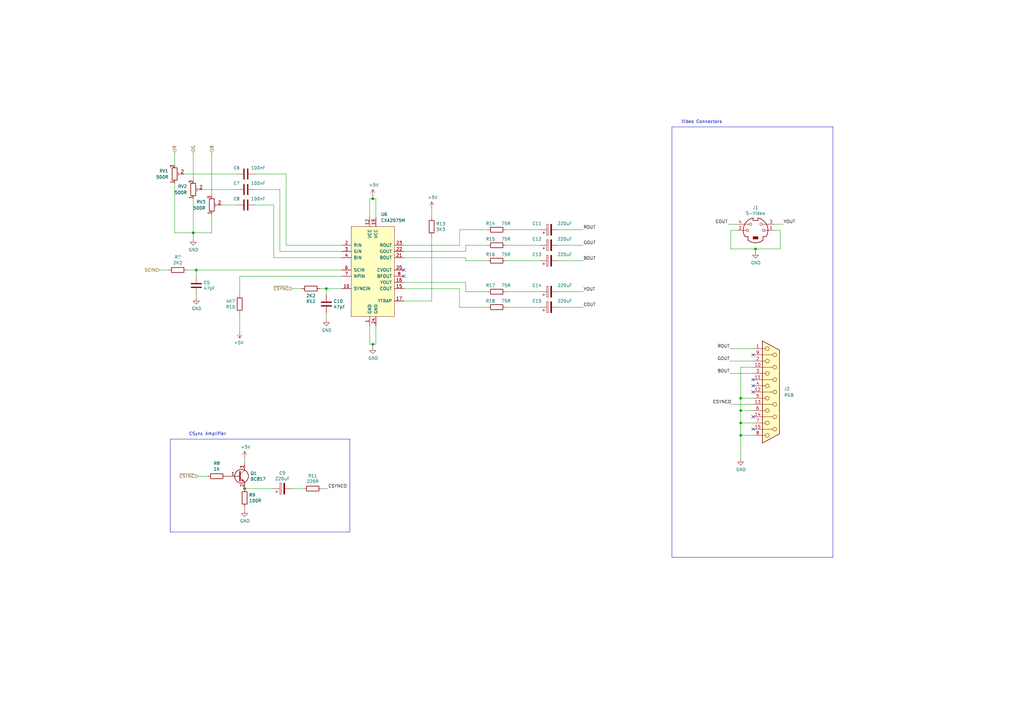
<source format=kicad_sch>
(kicad_sch (version 20230121) (generator eeschema)
  (paper "A3")
  (title_block (title "TRH9000") (date "2023-02-28") (rev "1.2") (company "The Retro Hacker") (comment 2 "Shared under CERN-OHL-S license") (comment 3 "TRH9000 - Open Source MSX Graphics Card based on the Yamaha V9990") (comment 4 "Designed  by: Cristiano Goncalves"))
  (lib_symbols
    (symbol "Connector:DB15_Female" (pin_names (offset 1.016) hide)
      (property "Reference" "J" (at 0.508 21.59 0))
      (property "Value" "DB15_Female" (at 0 -22.225 0))
      (symbol "DB15_Female_0_1"
        (circle (center -1.778 -17.78) (radius 0.762))
        (circle (center -1.778 -12.7) (radius 0.762))
        (circle (center -1.778 -7.62) (radius 0.762))
        (circle (center -1.778 -2.54) (radius 0.762))
        (circle (center -1.778 2.54) (radius 0.762))
        (circle (center -1.778 7.62) (radius 0.762))
        (circle (center -1.778 12.7) (radius 0.762))
        (circle (center -1.778 17.78) (radius 0.762))
        (polyline (pts (xy -3.81 -17.78) (xy -2.54 -17.78)))
        (polyline (pts (xy -3.81 -15.24) (xy 0.508 -15.24)))
        (polyline (pts (xy -3.81 -12.7) (xy -2.54 -12.7)))
        (polyline (pts (xy -3.81 -10.16) (xy 0.508 -10.16)))
        (polyline (pts (xy -3.81 -7.62) (xy -2.54 -7.62)))
        (polyline (pts (xy -3.81 -5.08) (xy 0.508 -5.08)))
        (polyline (pts (xy -3.81 -2.54) (xy -2.54 -2.54)))
        (polyline (pts (xy -3.81 0) (xy 0.508 0)))
        (polyline (pts (xy -3.81 2.54) (xy -2.54 2.54)))
        (polyline (pts (xy -3.81 5.08) (xy 0.508 5.08)))
        (polyline (pts (xy -3.81 7.62) (xy -2.54 7.62)))
        (polyline (pts (xy -3.81 10.16) (xy 0.508 10.16)))
        (polyline (pts (xy -3.81 12.7) (xy -2.54 12.7)))
        (polyline (pts (xy -3.81 15.24) (xy 0.508 15.24)))
        (polyline (pts (xy -3.81 17.78) (xy -2.54 17.78)))
        (polyline (pts (xy -3.81 20.955) (xy 3.175 17.145) (xy 3.175 -17.145) (xy -3.81 -20.955) (xy -3.81 20.955)) (stroke (width 0.254)) (fill (type background)))
        (circle (center 1.27 -15.24) (radius 0.762))
        (circle (center 1.27 -10.16) (radius 0.762))
        (circle (center 1.27 -5.08) (radius 0.762))
        (circle (center 1.27 0) (radius 0.762))
        (circle (center 1.27 5.08) (radius 0.762))
        (circle (center 1.27 10.16) (radius 0.762))
        (circle (center 1.27 15.24) (radius 0.762))
      )
      (symbol "DB15_Female_1_1"
        (pin passive line (at -7.62 17.78 0) (length 3.81) (name "1") (number "1"))
        (pin passive line (at -7.62 10.16 0) (length 3.81) (name "P10") (number "10"))
        (pin passive line (at -7.62 5.08 0) (length 3.81) (name "P111") (number "11"))
        (pin passive line (at -7.62 0 0) (length 3.81) (name "P12") (number "12"))
        (pin passive line (at -7.62 -5.08 0) (length 3.81) (name "P13") (number "13"))
        (pin passive line (at -7.62 -10.16 0) (length 3.81) (name "P14") (number "14"))
        (pin passive line (at -7.62 -15.24 0) (length 3.81) (name "P15") (number "15"))
        (pin passive line (at -7.62 12.7 0) (length 3.81) (name "2") (number "2"))
        (pin passive line (at -7.62 7.62 0) (length 3.81) (name "3") (number "3"))
        (pin passive line (at -7.62 2.54 0) (length 3.81) (name "4") (number "4"))
        (pin passive line (at -7.62 -2.54 0) (length 3.81) (name "5") (number "5"))
        (pin passive line (at -7.62 -7.62 0) (length 3.81) (name "6") (number "6"))
        (pin passive line (at -7.62 -12.7 0) (length 3.81) (name "7") (number "7"))
        (pin passive line (at -7.62 -17.78 0) (length 3.81) (name "8") (number "8"))
        (pin passive line (at -7.62 15.24 0) (length 3.81) (name "P9") (number "9"))
      )
    )
    (symbol "Connector:Mini-DIN-4" (pin_names (offset 1.016))
      (property "Reference" "J" (at 0 6.35 0))
      (property "Value" "Mini-DIN-4" (at 0 -6.35 0))
      (symbol "Mini-DIN-4_0_1"
        (circle (center -3.302 0) (radius 0.508))
        (arc (start -3.048 -4.064) (mid 0 -5.08) (end 3.048 -4.064) (stroke (width 0.254)))
        (circle (center -2.032 2.54) (radius 0.508))
        (rectangle (start -1.016 -2.54) (end 1.016 -3.556) (fill (type outline)))
        (arc (start -1.016 5.08) (mid -4.6243 2.1181) (end -4.318 -2.54) (stroke (width 0.254)))
        (polyline (pts (xy -3.81 0) (xy -5.08 0)))
        (polyline (pts (xy -2.54 2.54) (xy -5.08 2.54)))
        (polyline (pts (xy 2.794 2.54) (xy 5.08 2.54)))
        (polyline (pts (xy 5.08 0) (xy 3.81 0)))
        (polyline (pts (xy -4.318 -2.54) (xy -3.048 -2.54) (xy -3.048 -4.064)) (stroke (width 0.254)))
        (polyline (pts (xy 4.318 -2.54) (xy 3.048 -2.54) (xy 3.048 -4.064)) (stroke (width 0.254)))
        (polyline (pts (xy -1.016 5.08) (xy -1.016 4.064) (xy 1.016 4.064) (xy 1.016 5.08)) (stroke (width 0.254)))
        (circle (center 2.286 2.54) (radius 0.508))
        (circle (center 3.302 0) (radius 0.508))
        (arc (start 4.318 -2.54) (mid 4.6646 2.1357) (end 1.016 5.08) (stroke (width 0.254)))
      )
      (symbol "Mini-DIN-4_1_1"
        (pin passive line (at 7.62 0 180) (length 2.54) (name "~") (number "1"))
        (pin passive line (at -7.62 0 0) (length 2.54) (name "~") (number "2"))
        (pin passive line (at 7.62 2.54 180) (length 2.54) (name "~") (number "3"))
        (pin passive line (at -7.62 2.54 0) (length 2.54) (name "~") (number "4"))
      )
    )
    (symbol "Device:C" (pin_numbers hide) (pin_names (offset 0.254))
      (property "Reference" "C" (at 0.635 2.54 0))
      (property "Value" "C" (at 0.635 -2.54 0))
      (symbol "C_0_1"
        (polyline (pts (xy -2.032 -0.762) (xy 2.032 -0.762)) (stroke (width 0.508)))
        (polyline (pts (xy -2.032 0.762) (xy 2.032 0.762)) (stroke (width 0.508)))
      )
      (symbol "C_1_1"
        (pin passive line (at 0 3.81 270) (length 2.794) (name "~") (number "1"))
        (pin passive line (at 0 -3.81 90) (length 2.794) (name "~") (number "2"))
      )
    )
    (symbol "Device:C_Polarized" (pin_numbers hide) (pin_names (offset 0.254))
      (property "Reference" "C" (at 0.635 2.54 0))
      (property "Value" "C_Polarized" (at 0.635 -2.54 0))
      (symbol "C_Polarized_0_1"
        (rectangle (start -2.286 0.508) (end 2.286 1.016))
        (polyline (pts (xy -1.778 2.286) (xy -0.762 2.286)))
        (polyline (pts (xy -1.27 2.794) (xy -1.27 1.778)))
        (rectangle (start 2.286 -0.508) (end -2.286 -1.016) (fill (type outline)))
      )
      (symbol "C_Polarized_1_1"
        (pin passive line (at 0 3.81 270) (length 2.794) (name "~") (number "1"))
        (pin passive line (at 0 -3.81 90) (length 2.794) (name "~") (number "2"))
      )
    )
    (symbol "Device:R" (pin_numbers hide) (pin_names (offset 0))
      (property "Reference" "R" (at 2.032 0 90))
      (property "Value" "R" (at 0 0 90))
      (symbol "R_0_1"
        (rectangle (start -1.016 -2.54) (end 1.016 2.54) (stroke (width 0.254)))
      )
      (symbol "R_1_1"
        (pin passive line (at 0 3.81 270) (length 1.27) (name "~") (number "1"))
        (pin passive line (at 0 -3.81 90) (length 1.27) (name "~") (number "2"))
      )
    )
    (symbol "Device:R_Potentiometer_Trim" (pin_names (offset 1.016) hide)
      (property "Reference" "RV" (at -4.445 0 90))
      (property "Value" "R_Potentiometer_Trim" (at -2.54 0 90))
      (symbol "R_Potentiometer_Trim_0_1"
        (polyline (pts (xy 1.524 0.762) (xy 1.524 -0.762)))
        (polyline (pts (xy 2.54 0) (xy 1.524 0)))
        (rectangle (start 1.016 2.54) (end -1.016 -2.54) (stroke (width 0.254)))
      )
      (symbol "R_Potentiometer_Trim_1_1"
        (pin passive line (at 0 3.81 270) (length 1.27) (name "1") (number "1"))
        (pin passive line (at 3.81 0 180) (length 1.27) (name "2") (number "2"))
        (pin passive line (at 0 -3.81 90) (length 1.27) (name "3") (number "3"))
      )
    )
    (symbol "TRH9000:CXA2075M" (pin_names (offset 1.016))
      (property "Reference" "U" (at -8.89 20.32 0))
      (property "Value" "CXA2075M" (at 7.62 20.32 0))
      (symbol "CXA2075M_0_1"
        (rectangle (start -8.89 19.05) (end 8.89 -17.78) (fill (type background)))
      )
      (symbol "CXA2075M_1_1"
        (pin power_in line (at -1.27 -21.59 90) (length 3.81) (name "GND") (number "1"))
        (pin input line (at -12.7 -6.35 0) (length 3.81) (name "SYNCIN") (number "10"))
        (pin no_connect line (at -12.7 -8.89 0) (length 3.81) hide (name "NC") (number "11"))
        (pin power_in line (at -1.27 22.86 270) (length 3.81) (name "VCC") (number "12"))
        (pin no_connect line (at 12.7 13.97 180) (length 3.81) hide (name "NC") (number "13"))
        (pin no_connect line (at 11.43 -8.89 180) (length 3.81) hide (name "NC") (number "14"))
        (pin output line (at 12.7 -6.35 180) (length 3.81) (name "COUT") (number "15"))
        (pin output line (at 12.7 -3.81 180) (length 3.81) (name "YOUT") (number "16"))
        (pin input line (at 12.7 -11.43 180) (length 3.81) (name "YTRAP") (number "17"))
        (pin no_connect line (at 11.43 -13.97 180) (length 3.81) hide (name "NC") (number "18"))
        (pin power_in line (at 1.27 22.86 270) (length 3.81) (name "VCC") (number "19"))
        (pin input line (at -12.7 11.43 0) (length 3.81) (name "RIN") (number "2"))
        (pin output line (at 12.7 1.27 180) (length 3.81) (name "CVOUT") (number "20"))
        (pin output line (at 12.7 6.35 180) (length 3.81) (name "BOUT") (number "21"))
        (pin output line (at 12.7 8.89 180) (length 3.81) (name "GOUT") (number "22"))
        (pin output line (at 12.7 11.43 180) (length 3.81) (name "ROUT") (number "23"))
        (pin power_in line (at 1.27 -21.59 90) (length 3.81) (name "GND") (number "24"))
        (pin input line (at -12.7 8.89 0) (length 3.81) (name "GIN") (number "3"))
        (pin input line (at -12.7 6.35 0) (length 3.81) (name "BIN") (number "4"))
        (pin no_connect line (at -12.7 3.81 0) (length 3.81) hide (name "NC") (number "5"))
        (pin input line (at -12.7 1.27 0) (length 3.81) (name "SCIN") (number "6"))
        (pin input line (at -12.7 -1.27 0) (length 3.81) (name "NPIN") (number "7"))
        (pin output line (at 12.7 -1.27 180) (length 3.81) (name "BFOUT") (number "8"))
        (pin no_connect line (at -12.7 -3.81 0) (length 3.81) hide (name "NC") (number "9"))
      )
    )
    (symbol "Transistor_BJT:BC817" (pin_names (offset 0) hide)
      (property "Reference" "Q" (at 5.08 1.905 0))
      (property "Value" "BC817" (at 5.08 0 0))
      (symbol "BC817_0_1"
        (polyline (pts (xy 0.635 0.635) (xy 2.54 2.54)))
        (polyline (pts (xy 0.635 -0.635) (xy 2.54 -2.54) (xy 2.54 -2.54)))
        (polyline (pts (xy 0.635 1.905) (xy 0.635 -1.905) (xy 0.635 -1.905)) (stroke (width 0.508)))
        (polyline (pts (xy 1.27 -1.778) (xy 1.778 -1.27) (xy 2.286 -2.286) (xy 1.27 -1.778) (xy 1.27 -1.778)) (fill (type outline)))
        (circle (center 1.27 0) (radius 2.8194) (stroke (width 0.254)))
      )
      (symbol "BC817_1_1"
        (pin input line (at -5.08 0 0) (length 5.715) (name "B") (number "1"))
        (pin passive line (at 2.54 -5.08 90) (length 2.54) (name "E") (number "2"))
        (pin passive line (at 2.54 5.08 270) (length 2.54) (name "C") (number "3"))
      )
    )
    (symbol "power:+5V" (power) (pin_names (offset 0))
      (property "Value" "+5V" (at 0 3.556 0))
      (symbol "+5V_0_1"
        (polyline (pts (xy -0.762 1.27) (xy 0 2.54)))
        (polyline (pts (xy 0 0) (xy 0 2.54)))
        (polyline (pts (xy 0 2.54) (xy 0.762 1.27)))
      )
      (symbol "+5V_1_1"
        (pin power_in line (at 0 0 90) (length 0) hide (name "+5V") (number "1"))
      )
    )
    (symbol "power:GND" (power) (pin_names (offset 0))
      (property "Value" "GND" (at 0 -3.81 0))
      (symbol "GND_0_1"
        (polyline (pts (xy 0 0) (xy 0 -1.27) (xy 1.27 -1.27) (xy 0 -2.54) (xy -1.27 -1.27) (xy 0 -1.27)))
      )
      (symbol "GND_1_1"
        (pin power_in line (at 0 0 270) (length 0) hide (name "GND") (number "1"))
      )
    )
  )
  (junction (at 80.518 110.744))
  (junction (at 303.784 178.562))
  (junction (at 100.33 200.406))
  (junction (at 303.784 163.322))
  (junction (at 152.908 81.534))
  (junction (at 133.858 118.364))
  (junction (at 79.248 95.504))
  (junction (at 152.908 141.224))
  (junction (at 303.784 173.482))
  (junction (at 309.88 102.108))
  (junction (at 303.784 168.402))
  (no_connect (at 308.864 176.022))
  (no_connect (at 308.864 155.702))
  (no_connect (at 308.864 160.782))
  (no_connect (at 165.608 113.284))
  (no_connect (at 308.864 170.942))
  (no_connect (at 308.864 145.542))
  (no_connect (at 308.864 158.242))
  (no_connect (at 165.608 110.744))
  (wire (pts (xy 75.438 71.374) (xy 97.028 71.374)))
  (wire (pts (xy 152.908 81.534) (xy 154.178 81.534)))
  (wire (pts (xy 80.518 120.904) (xy 80.518 122.174)))
  (wire (pts (xy 86.868 95.504) (xy 79.248 95.504)))
  (wire (pts (xy 309.88 102.108) (xy 299.72 102.108)))
  (wire (pts (xy 83.058 77.724) (xy 97.028 77.724)))
  (wire (pts (xy 134.62 200.406) (xy 132.08 200.406)))
  (wire (pts (xy 151.638 141.224) (xy 152.908 141.224)))
  (wire (pts (xy 303.784 168.402) (xy 308.864 168.402)))
  (wire (pts (xy 86.868 62.484) (xy 86.868 80.264)))
  (wire (pts (xy 191.008 106.934) (xy 199.898 106.934)))
  (polyline (pts (xy 69.85 180.086) (xy 143.51 180.086)))
  (wire (pts (xy 119.888 118.364) (xy 123.698 118.364)))
  (polyline (pts (xy 143.51 180.086) (xy 143.51 218.186)))
  (wire (pts (xy 90.678 84.074) (xy 97.028 84.074)))
  (wire (pts (xy 188.468 94.234) (xy 188.468 100.584)))
  (wire (pts (xy 100.33 190.246) (xy 100.33 187.706)))
  (wire (pts (xy 317.5 94.488) (xy 320.04 94.488)))
  (wire (pts (xy 117.348 71.374) (xy 104.648 71.374)))
  (polyline (pts (xy 275.59 228.6) (xy 341.63 228.6)))
  (wire (pts (xy 76.708 110.744) (xy 80.518 110.744)))
  (wire (pts (xy 303.784 178.562) (xy 308.864 178.562)))
  (wire (pts (xy 152.908 80.264) (xy 152.908 81.534)))
  (wire (pts (xy 151.638 81.534) (xy 152.908 81.534)))
  (wire (pts (xy 188.468 125.984) (xy 199.898 125.984)))
  (wire (pts (xy 65.278 110.744) (xy 69.088 110.744)))
  (polyline (pts (xy 143.51 218.186) (xy 69.85 218.186)))
  (wire (pts (xy 229.108 94.234) (xy 239.268 94.234)))
  (wire (pts (xy 100.33 200.406) (xy 112.014 200.406)))
  (wire (pts (xy 320.04 94.488) (xy 320.04 102.108)))
  (wire (pts (xy 239.268 125.984) (xy 229.108 125.984)))
  (wire (pts (xy 239.268 100.584) (xy 229.108 100.584)))
  (wire (pts (xy 152.908 141.224) (xy 154.178 141.224)))
  (wire (pts (xy 117.348 71.374) (xy 117.348 100.584)))
  (wire (pts (xy 303.784 178.562) (xy 303.784 188.214)))
  (wire (pts (xy 207.518 106.934) (xy 221.488 106.934)))
  (wire (pts (xy 165.608 118.364) (xy 188.468 118.364)))
  (wire (pts (xy 303.784 178.562) (xy 303.784 173.482)))
  (wire (pts (xy 191.008 100.584) (xy 191.008 103.124)))
  (wire (pts (xy 152.908 142.494) (xy 152.908 141.224)))
  (wire (pts (xy 191.008 100.584) (xy 199.898 100.584)))
  (wire (pts (xy 114.808 77.724) (xy 104.648 77.724)))
  (wire (pts (xy 303.784 168.402) (xy 303.784 163.322)))
  (wire (pts (xy 299.974 165.862) (xy 308.864 165.862)))
  (wire (pts (xy 133.858 131.064) (xy 133.858 128.524)))
  (polyline (pts (xy 361.95 157.48) (xy 361.95 157.48)))
  (wire (pts (xy 114.808 77.724) (xy 114.808 103.124)))
  (wire (pts (xy 151.638 81.534) (xy 151.638 89.154)))
  (wire (pts (xy 321.31 91.948) (xy 317.5 91.948)))
  (wire (pts (xy 299.339 153.162) (xy 308.864 153.162)))
  (wire (pts (xy 154.178 81.534) (xy 154.178 89.154)))
  (wire (pts (xy 303.784 150.622) (xy 308.864 150.622)))
  (wire (pts (xy 80.518 110.744) (xy 80.518 113.284)))
  (wire (pts (xy 299.72 102.108) (xy 299.72 94.488)))
  (wire (pts (xy 191.008 115.824) (xy 191.008 119.634)))
  (wire (pts (xy 79.248 62.484) (xy 79.248 73.914)))
  (wire (pts (xy 191.008 119.634) (xy 199.898 119.634)))
  (wire (pts (xy 320.04 102.108) (xy 309.88 102.108)))
  (wire (pts (xy 221.488 100.584) (xy 207.518 100.584)))
  (wire (pts (xy 177.038 123.444) (xy 177.038 96.774)))
  (wire (pts (xy 140.208 100.584) (xy 117.348 100.584)))
  (wire (pts (xy 81.28 195.326) (xy 85.09 195.326)))
  (wire (pts (xy 140.208 113.284) (xy 98.298 113.284)))
  (wire (pts (xy 124.46 200.406) (xy 119.634 200.406)))
  (wire (pts (xy 71.628 75.184) (xy 71.628 95.504)))
  (wire (pts (xy 140.208 103.124) (xy 114.808 103.124)))
  (wire (pts (xy 309.88 103.378) (xy 309.88 102.108)))
  (wire (pts (xy 303.784 163.322) (xy 303.784 150.622)))
  (wire (pts (xy 133.858 120.904) (xy 133.858 118.364)))
  (wire (pts (xy 221.488 125.984) (xy 207.518 125.984)))
  (wire (pts (xy 71.628 62.484) (xy 71.628 67.564)))
  (wire (pts (xy 112.268 84.074) (xy 104.648 84.074)))
  (wire (pts (xy 177.038 89.154) (xy 177.038 85.344)))
  (wire (pts (xy 299.339 143.002) (xy 308.864 143.002)))
  (wire (pts (xy 221.488 94.234) (xy 207.518 94.234)))
  (wire (pts (xy 303.784 163.322) (xy 308.864 163.322)))
  (wire (pts (xy 131.318 118.364) (xy 133.858 118.364)))
  (wire (pts (xy 165.608 123.444) (xy 177.038 123.444)))
  (wire (pts (xy 165.608 105.664) (xy 191.008 105.664)))
  (polyline (pts (xy 69.85 180.086) (xy 69.85 218.186)))
  (wire (pts (xy 165.608 100.584) (xy 188.468 100.584)))
  (wire (pts (xy 71.628 95.504) (xy 79.248 95.504)))
  (wire (pts (xy 229.108 106.934) (xy 239.268 106.934)))
  (wire (pts (xy 151.638 133.604) (xy 151.638 141.224)))
  (polyline (pts (xy 275.59 52.07) (xy 275.59 228.6)))
  (wire (pts (xy 79.248 81.534) (xy 79.248 95.504)))
  (wire (pts (xy 299.72 94.488) (xy 302.26 94.488)))
  (wire (pts (xy 191.008 105.664) (xy 191.008 106.934)))
  (wire (pts (xy 80.518 110.744) (xy 140.208 110.744)))
  (wire (pts (xy 303.784 173.482) (xy 308.864 173.482)))
  (wire (pts (xy 299.339 148.082) (xy 308.864 148.082)))
  (wire (pts (xy 98.298 113.284) (xy 98.298 120.904)))
  (wire (pts (xy 100.33 208.026) (xy 100.33 209.296)))
  (wire (pts (xy 188.468 118.364) (xy 188.468 125.984)))
  (wire (pts (xy 165.608 103.124) (xy 191.008 103.124)))
  (polyline (pts (xy 341.63 228.6) (xy 341.63 52.07)))
  (polyline (pts (xy 275.59 52.07) (xy 341.63 52.07)))
  (wire (pts (xy 165.608 115.824) (xy 191.008 115.824)))
  (wire (pts (xy 229.108 119.634) (xy 239.268 119.634)))
  (wire (pts (xy 188.468 94.234) (xy 199.898 94.234)))
  (wire (pts (xy 112.268 84.074) (xy 112.268 105.664)))
  (wire (pts (xy 303.784 173.482) (xy 303.784 168.402)))
  (wire (pts (xy 154.178 133.604) (xy 154.178 141.224)))
  (wire (pts (xy 140.208 105.664) (xy 112.268 105.664)))
  (wire (pts (xy 133.858 118.364) (xy 140.208 118.364)))
  (wire (pts (xy 79.248 95.504) (xy 79.248 98.044)))
  (wire (pts (xy 302.26 91.948) (xy 298.45 91.948)))
  (wire (pts (xy 98.298 128.524) (xy 98.298 136.144)))
  (wire (pts (xy 86.868 87.884) (xy 86.868 95.504)))
  (wire (pts (xy 207.518 119.634) (xy 221.488 119.634)))
  (text "CSync Amplifier" (at 77.47 178.816 0) (effects (font (size 1.27 1.27)) (justify left bottom)))
  (text "Video Connectors\n" (at 279.4 50.8 0) (effects (font (size 1.27 1.27)) (justify left bottom)))
  (label "YOUT" (at 239.268 119.634 0))
  (label "GOUT" (at 299.339 148.082 180))
  (label "COUT" (at 239.268 125.984 0))
  (label "BOUT" (at 299.339 153.162 180))
  (label "YOUT" (at 321.31 91.948 0))
  (label "CSYNCO" (at 134.62 200.406 0))
  (label "COUT" (at 298.45 91.948 180))
  (label "ROUT" (at 299.339 143.002 180))
  (label "ROUT" (at 239.268 94.234 0))
  (label "BOUT" (at 239.268 106.934 0))
  (label "GOUT" (at 239.268 100.584 0))
  (label "CSYNCO" (at 299.974 165.862 180))
  (hierarchical_label "SCIN" (shape input) (at 65.278 110.744 180))
  (hierarchical_label "R" (shape input) (at 71.628 62.484 90))
  (hierarchical_label "~{CSYNC}" (shape input) (at 119.888 118.364 180))
  (hierarchical_label "~{CSYNC}" (shape input) (at 81.28 195.326 180))
  (hierarchical_label "B" (shape input) (at 86.868 62.484 90))
  (hierarchical_label "G" (shape input) (at 79.248 62.484 90))
  (symbol (lib_id "Device:R_Potentiometer_Trim") (at 86.868 84.074 0) (mirror x) (unit 1)
    (property "Reference" "RV3" (at 84.328 82.8039 0) (effects (justify right)))
    (property "Value" "500R" (at 84.328 85.3439 0) (effects (justify right)))
    (property "Footprint" "Potentiometer_SMD:Potentiometer_Bourns_3314G_Vertical" (effects hide))
  )
  (symbol (lib_id "Device:C") (at 100.838 77.724 270) (unit 1)
    (property "Reference" "C7" (at 97.028 75.184 90))
    (property "Value" "100nF" (at 105.918 75.184 90))
    (property "Footprint" "Capacitor_SMD:C_0805_2012Metric" (effects hide))
  )
  (symbol (lib_id "Device:R") (at 100.33 204.216 0) (unit 1)
    (property "Reference" "R9" (at 102.108 203.0476 0) (effects (justify left)))
    (property "Value" "100R" (at 102.108 205.359 0) (effects (justify left)))
    (property "Footprint" "Resistor_SMD:R_0805_2012Metric" (effects hide))
  )
  (symbol (lib_id "Device:C_Polarized") (at 225.298 125.984 90) (unit 1)
    (property "Reference" "C15" (at 220.218 123.444 90))
    (property "Value" "220uF" (at 231.648 123.444 90))
    (property "Footprint" "Capacitor_Tantalum_SMD:CP_EIA-3528-15_AVX-H" (effects hide))
  )
  (symbol (lib_id "Device:R") (at 203.708 119.634 270) (unit 1)
    (property "Reference" "R17" (at 201.168 117.094 90))
    (property "Value" "75R" (at 207.518 117.094 90))
    (property "Footprint" "Resistor_SMD:R_0805_2012Metric" (effects hide))
  )
  (symbol (lib_id "power:GND") (at 100.33 209.296 0) (unit 1)
    (property "Reference" "#PWR015" (effects hide))
    (property "Value" "GND" (at 100.457 213.6902 0))
  )
  (symbol (lib_id "power:+5V") (at 98.298 136.144 180) (unit 1)
    (property "Reference" "#PWR016" (effects hide))
    (property "Value" "+5V" (at 97.917 140.5382 0))
  )
  (symbol (lib_id "Device:C") (at 100.838 84.074 270) (unit 1)
    (property "Reference" "C8" (at 97.028 81.534 90))
    (property "Value" "100nF" (at 105.918 81.534 90))
    (property "Footprint" "Capacitor_SMD:C_0805_2012Metric" (effects hide))
  )
  (symbol (lib_id "power:+5V") (at 177.038 85.344 0) (unit 1)
    (property "Reference" "#PWR020" (effects hide))
    (property "Value" "+5V" (at 177.419 80.9498 0))
  )
  (symbol (lib_id "Device:R") (at 203.708 106.934 270) (unit 1)
    (property "Reference" "R16" (at 201.168 104.394 90))
    (property "Value" "75R" (at 207.518 104.394 90))
    (property "Footprint" "Resistor_SMD:R_0805_2012Metric" (effects hide))
  )
  (symbol (lib_id "power:GND") (at 152.908 142.494 0) (unit 1)
    (property "Reference" "#PWR019" (effects hide))
    (property "Value" "GND" (at 153.035 146.8882 0))
  )
  (symbol (lib_id "Device:R") (at 203.708 94.234 270) (unit 1)
    (property "Reference" "R14" (at 201.168 91.694 90))
    (property "Value" "75R" (at 207.518 91.694 90))
    (property "Footprint" "Resistor_SMD:R_0805_2012Metric" (effects hide))
  )
  (symbol (lib_id "Device:C_Polarized") (at 225.298 106.934 90) (unit 1)
    (property "Reference" "C13" (at 220.218 104.394 90))
    (property "Value" "220uF" (at 231.648 104.394 90))
    (property "Footprint" "Capacitor_Tantalum_SMD:CP_EIA-3528-15_AVX-H" (effects hide))
  )
  (symbol (lib_id "Connector:DB15_Female") (at 316.484 160.782 0) (unit 1)
    (property "Reference" "J2" (at 321.564 159.5119 0) (effects (justify left)))
    (property "Value" "RGB" (at 321.564 162.0519 0) (effects (justify left)))
    (property "Footprint" "Connector_Dsub:DSUB-15-HD_Female_Horizontal_P2.29x1.98mm_EdgePinOffset3.03mm_Housed_MountingHolesOffset4.94mm" (effects hide))
    (property "Datasheet" " ~" (effects hide))
  )
  (symbol (lib_id "Device:C_Polarized") (at 225.298 119.634 90) (unit 1)
    (property "Reference" "C14" (at 220.218 117.094 90))
    (property "Value" "220uF" (at 231.648 117.094 90))
    (property "Footprint" "Capacitor_Tantalum_SMD:CP_EIA-3528-15_AVX-H" (effects hide))
  )
  (symbol (lib_id "Device:C") (at 133.858 124.714 0) (unit 1)
    (property "Reference" "C10" (at 136.779 123.5456 0) (effects (justify left)))
    (property "Value" "47pF" (at 136.779 125.857 0) (effects (justify left)))
    (property "Footprint" "Capacitor_SMD:C_0805_2012Metric" (effects hide))
  )
  (symbol (lib_id "power:+5V") (at 152.908 80.264 0) (unit 1)
    (property "Reference" "#PWR018" (effects hide))
    (property "Value" "+5V" (at 153.289 75.8698 0))
  )
  (symbol (lib_id "Device:R") (at 88.9 195.326 270) (unit 1)
    (property "Reference" "R8" (at 88.9 190.0682 90))
    (property "Value" "1K" (at 88.9 192.3796 90))
    (property "Footprint" "Resistor_SMD:R_0805_2012Metric" (effects hide))
  )
  (symbol (lib_id "Device:R_Potentiometer_Trim") (at 79.248 77.724 0) (mirror x) (unit 1)
    (property "Reference" "RV2" (at 76.708 76.4539 0) (effects (justify right)))
    (property "Value" "500R" (at 76.708 78.9939 0) (effects (justify right)))
    (property "Footprint" "Potentiometer_SMD:Potentiometer_Bourns_3314G_Vertical" (effects hide))
  )
  (symbol (lib_id "Transistor_BJT:BC817") (at 97.79 195.326 0) (unit 1)
    (property "Reference" "Q1" (at 102.6414 194.1576 0) (effects (justify left)))
    (property "Value" "BC817" (at 102.6414 196.469 0) (effects (justify left)))
    (property "Footprint" "Package_TO_SOT_SMD:SOT-23" (effects hide))
    (property "Datasheet" "https://www.onsemi.com/pub/Collateral/BC818-D.pdf" (effects hide))
  )
  (symbol (lib_id "power:+5V") (at 100.33 187.706 0) (unit 1)
    (property "Reference" "#PWR014" (effects hide))
    (property "Value" "+5V" (at 100.711 183.3118 0))
  )
  (symbol (lib_id "power:GND") (at 303.784 188.214 0) (unit 1)
    (property "Reference" "#PWR021" (effects hide))
    (property "Value" "GND" (at 303.911 192.6082 0))
  )
  (symbol (lib_id "Device:C") (at 80.518 117.094 0) (unit 1)
    (property "Reference" "C5" (at 83.439 115.9256 0) (effects (justify left)))
    (property "Value" "47pF" (at 83.439 118.237 0) (effects (justify left)))
    (property "Footprint" "Capacitor_SMD:C_0805_2012Metric" (effects hide))
  )
  (symbol (lib_id "power:GND") (at 80.518 122.174 0) (unit 1)
    (property "Reference" "#PWR013" (effects hide))
    (property "Value" "GND" (at 80.645 126.5682 0))
  )
  (symbol (lib_id "Connector:Mini-DIN-4") (at 309.88 94.488 0) (unit 1)
    (property "Reference" "J1" (at 309.88 85.1662 0))
    (property "Value" "S-Video" (at 309.88 87.4776 0))
    (property "Footprint" "Connector_PinHeader_2.54mm:PinHeader_1x04_P2.54mm_Vertical" (effects hide))
    (property "Datasheet" "http://service.powerdynamics.com/ec/Catalog17/Section%2011.pdf" (effects hide))
  )
  (symbol (lib_id "Device:R") (at 203.708 100.584 270) (unit 1)
    (property "Reference" "R15" (at 201.168 98.044 90))
    (property "Value" "75R" (at 207.518 98.044 90))
    (property "Footprint" "Resistor_SMD:R_0805_2012Metric" (effects hide))
  )
  (symbol (lib_id "Device:R") (at 128.27 200.406 270) (unit 1)
    (property "Reference" "R11" (at 128.27 195.1482 90))
    (property "Value" "220R" (at 128.27 197.4596 90))
    (property "Footprint" "Resistor_SMD:R_0805_2012Metric" (effects hide))
  )
  (symbol (lib_id "Device:R_Potentiometer_Trim") (at 71.628 71.374 0) (mirror x) (unit 1)
    (property "Reference" "RV1" (at 69.088 70.1039 0) (effects (justify right)))
    (property "Value" "500R" (at 69.088 72.6439 0) (effects (justify right)))
    (property "Footprint" "Potentiometer_SMD:Potentiometer_Bourns_3314G_Vertical" (effects hide))
  )
  (symbol (lib_id "Device:C_Polarized") (at 225.298 94.234 90) (unit 1)
    (property "Reference" "C11" (at 220.218 91.694 90))
    (property "Value" "220uF" (at 231.648 91.694 90))
    (property "Footprint" "Capacitor_Tantalum_SMD:CP_EIA-3528-15_AVX-H" (effects hide))
  )
  (symbol (lib_id "Device:C") (at 100.838 71.374 270) (unit 1)
    (property "Reference" "C6" (at 97.028 68.834 90))
    (property "Value" "100nF" (at 105.918 68.834 90))
    (property "Footprint" "Capacitor_SMD:C_0805_2012Metric" (effects hide))
  )
  (symbol (lib_id "Device:C_Polarized") (at 115.824 200.406 90) (unit 1)
    (property "Reference" "C9" (at 115.824 194.056 90))
    (property "Value" "220uF" (at 115.824 196.342 90))
    (property "Footprint" "Capacitor_Tantalum_SMD:CP_EIA-3528-15_AVX-H" (effects hide))
    (property "Case" "B" (effects hide))
  )
  (symbol (lib_id "Device:R") (at 72.898 110.744 270) (unit 1)
    (property "Reference" "R7" (at 72.898 105.4862 90))
    (property "Value" "2K2" (at 72.898 107.7976 90))
    (property "Footprint" "Resistor_SMD:R_0805_2012Metric" (effects hide))
  )
  (symbol (lib_id "TRH9000:CXA2075M") (at 152.908 112.014 0) (unit 1)
    (property "Reference" "U6" (at 156.1974 87.884 0) (effects (justify left)))
    (property "Value" "CXA2075M" (at 156.1974 90.424 0) (effects (justify left)))
    (property "Footprint" "Package_SO:SOP-24_7.5x15.4mm_P1.27mm" (effects hide))
  )
  (symbol (lib_id "Device:R") (at 203.708 125.984 270) (unit 1)
    (property "Reference" "R18" (at 201.168 123.444 90))
    (property "Value" "75R" (at 207.518 123.444 90))
    (property "Footprint" "Resistor_SMD:R_0805_2012Metric" (effects hide))
  )
  (symbol (lib_id "Device:R") (at 177.038 92.964 0) (unit 1)
    (property "Reference" "R13" (at 178.816 91.7956 0) (effects (justify left)))
    (property "Value" "3K3" (at 178.816 94.107 0) (effects (justify left)))
    (property "Footprint" "Resistor_SMD:R_0805_2012Metric" (effects hide))
  )
  (symbol (lib_id "power:GND") (at 79.248 98.044 0) (unit 1)
    (property "Reference" "#PWR012" (effects hide))
    (property "Value" "GND" (at 79.375 102.4382 0))
  )
  (symbol (lib_id "Device:R") (at 127.508 118.364 90) (unit 1)
    (property "Reference" "R12" (at 127.508 123.6218 90))
    (property "Value" "2K2" (at 127.508 121.3104 90))
    (property "Footprint" "Resistor_SMD:R_0805_2012Metric" (effects hide))
  )
  (symbol (lib_id "Device:C_Polarized") (at 225.298 100.584 90) (unit 1)
    (property "Reference" "C12" (at 220.218 98.044 90))
    (property "Value" "220uF" (at 231.648 98.044 90))
    (property "Footprint" "Capacitor_Tantalum_SMD:CP_EIA-3528-15_AVX-H" (effects hide))
  )
  (symbol (lib_id "power:GND") (at 133.858 131.064 0) (unit 1)
    (property "Reference" "#PWR017" (effects hide))
    (property "Value" "GND" (at 133.985 135.4582 0))
  )
  (symbol (lib_id "power:GND") (at 309.88 103.378 0) (unit 1)
    (property "Reference" "#PWR022" (effects hide))
    (property "Value" "GND" (at 310.007 107.7722 0))
  )
  (symbol (lib_id "Device:R") (at 98.298 124.714 180) (unit 1)
    (property "Reference" "R10" (at 96.52 125.8824 0) (effects (justify left)))
    (property "Value" "4K7" (at 96.52 123.571 0) (effects (justify left)))
    (property "Footprint" "Resistor_SMD:R_0805_2012Metric" (effects hide))
  )
)
</source>
